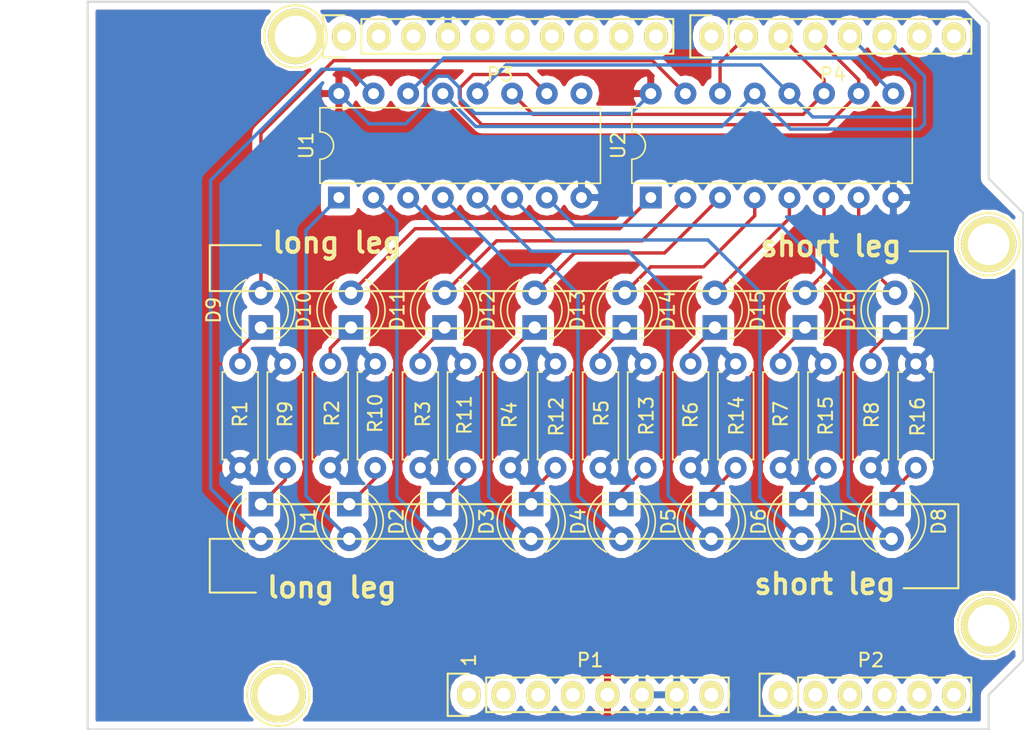
<source format=kicad_pcb>
(kicad_pcb (version 4) (host pcbnew 4.0.2-stable)
  (title_block (title "ELEC-0122 shift register LED demo PCB") (date 2017-02-14) (rev 2) (company Marginallyclever.com) (comment 1 "Dan Royer (dan@marginallyclever.com)"))
  (layers (0 F.Cu signal) (31 B.Cu signal hide) (34 B.Paste user) (35 F.Paste user) (36 B.SilkS user) (37 F.SilkS user) (38 B.Mask user) (39 F.Mask user) (44 Edge.Cuts user))
  (net 0 "")
  (net 1 /IOREF)
  (net 2 /Reset)
  (net 3 +5V)
  (net 4 GND)
  (net 5 /Vin)
  (net 6 /A0)
  (net 7 /A1)
  (net 8 /A2)
  (net 9 /A3)
  (net 10 /AREF)
  (net 11 "/A4(SDA)")
  (net 12 "/A5(SCL)")
  (net 13 "/9(**)")
  (net 14 /8)
  (net 15 /7)
  (net 16 "/6(**)")
  (net 17 "/5(**)")
  (net 18 /4)
  (net 19 "/3(**)")
  (net 20 /2)
  (net 21 "/1(Tx)")
  (net 22 "/0(Rx)")
  (net 23 "Net-(P5-Pad1)")
  (net 24 "Net-(P6-Pad1)")
  (net 25 "Net-(P7-Pad1)")
  (net 26 "Net-(P8-Pad1)")
  (net 27 "/13(SCK)")
  (net 28 "/10(**/SS)")
  (net 29 "Net-(P1-Pad1)")
  (net 30 +3V3)
  (net 31 "/12(MISO)")
  (net 32 "/11(**/MOSI)")
  (net 33 "Net-(D1-Pad1)")
  (net 34 "Net-(D1-Pad2)")
  (net 35 "Net-(D2-Pad1)")
  (net 36 "Net-(D2-Pad2)")
  (net 37 "Net-(D3-Pad1)")
  (net 38 "Net-(D3-Pad2)")
  (net 39 "Net-(D4-Pad1)")
  (net 40 "Net-(D4-Pad2)")
  (net 41 "Net-(D5-Pad1)")
  (net 42 "Net-(D5-Pad2)")
  (net 43 "Net-(D6-Pad1)")
  (net 44 "Net-(D6-Pad2)")
  (net 45 "Net-(D7-Pad1)")
  (net 46 "Net-(D7-Pad2)")
  (net 47 "Net-(D8-Pad1)")
  (net 48 "Net-(D8-Pad2)")
  (net 49 "/A5_2(SCL)")
  (net 50 "/A4_2(SDA)")
  (net 51 "Net-(U1-Pad9)")
  (net 52 "Net-(D9-Pad1)")
  (net 53 "Net-(D9-Pad2)")
  (net 54 "Net-(D10-Pad1)")
  (net 55 "Net-(D10-Pad2)")
  (net 56 "Net-(D11-Pad1)")
  (net 57 "Net-(D11-Pad2)")
  (net 58 "Net-(D12-Pad1)")
  (net 59 "Net-(D12-Pad2)")
  (net 60 "Net-(D13-Pad1)")
  (net 61 "Net-(D13-Pad2)")
  (net 62 "Net-(D14-Pad1)")
  (net 63 "Net-(D14-Pad2)")
  (net 64 "Net-(D15-Pad1)")
  (net 65 "Net-(D15-Pad2)")
  (net 66 "Net-(D16-Pad1)")
  (net 67 "Net-(D16-Pad2)")
  (net 68 "Net-(U1-Pad14)")
  (module LEDs:LED_D4.0mm (layer F.Cu) (at 150.368 96.901 90)
    (fp_text reference D13 (at 1.27 -3.46 90) (layer F.SilkS))
    (fp_text value LED)
    (pad 1 thru_hole rect (at 0 0 90) (size 1.8 1.8) (drill 0.9) (layers *.Cu *.Mask) (net 41 "Net-(D5-Pad1)"))
    (pad 2 thru_hole circle (at 2.54 0 90) (size 1.8 1.8) (drill 0.9) (layers *.Cu *.Mask) (net 42 "Net-(D5-Pad2)"))
  )
  (module LEDs:LED_D4.0mm (layer F.Cu) (at 123.698 109.855 270)
    (fp_text reference D1 (at 1.27 -3.46 270) (layer F.SilkS))
    (fp_text value LED)
    (pad 1 thru_hole rect (at 0 0 270) (size 1.8 1.8) (drill 0.9) (layers *.Cu *.Mask) (net 52 "Net-(D9-Pad1)"))
    (pad 2 thru_hole circle (at 2.54 0 270) (size 1.8 1.8) (drill 0.9) (layers *.Cu *.Mask) (net 53 "Net-(D9-Pad2)"))
  )
  (module Housings_DIP:DIP-16_W7.62mm (layer F.Cu) (at 129.413 87.376 90)
    (fp_text reference U1 (at 3.81 -2.39 90) (layer F.SilkS))
    (fp_text value 74HC595)
    (pad 1 thru_hole rect (at 0 0 90) (size 1.6 1.6) (drill 0.8) (layers *.Cu *.Mask) (net 55 "Net-(D10-Pad2)"))
    (pad 9 thru_hole oval (at 7.62 17.78 90) (size 1.6 1.6) (drill 0.8) (layers *.Cu *.Mask) (net 51 "Net-(U1-Pad9)"))
    (pad 2 thru_hole oval (at 0 2.54 90) (size 1.6 1.6) (drill 0.8) (layers *.Cu *.Mask) (net 57 "Net-(D11-Pad2)"))
    (pad 10 thru_hole oval (at 7.62 15.24 90) (size 1.6 1.6) (drill 0.8) (layers *.Cu *.Mask) (net 18 /4))
    (pad 3 thru_hole oval (at 0 5.08 90) (size 1.6 1.6) (drill 0.8) (layers *.Cu *.Mask) (net 59 "Net-(D12-Pad2)"))
    (pad 11 thru_hole oval (at 7.62 12.7 90) (size 1.6 1.6) (drill 0.8) (layers *.Cu *.Mask) (net 17 "/5(**)"))
    (pad 4 thru_hole oval (at 0 7.62 90) (size 1.6 1.6) (drill 0.8) (layers *.Cu *.Mask) (net 61 "Net-(D13-Pad2)"))
    (pad 12 thru_hole oval (at 7.62 10.16 90) (size 1.6 1.6) (drill 0.8) (layers *.Cu *.Mask) (net 19 "/3(**)"))
    (pad 5 thru_hole oval (at 0 10.16 90) (size 1.6 1.6) (drill 0.8) (layers *.Cu *.Mask) (net 63 "Net-(D14-Pad2)"))
    (pad 13 thru_hole oval (at 7.62 7.62 90) (size 1.6 1.6) (drill 0.8) (layers *.Cu *.Mask) (net 20 /2))
    (pad 6 thru_hole oval (at 0 12.7 90) (size 1.6 1.6) (drill 0.8) (layers *.Cu *.Mask) (net 65 "Net-(D15-Pad2)"))
    (pad 14 thru_hole oval (at 7.62 5.08 90) (size 1.6 1.6) (drill 0.8) (layers *.Cu *.Mask) (net 68 "Net-(U1-Pad14)"))
    (pad 7 thru_hole oval (at 0 15.24 90) (size 1.6 1.6) (drill 0.8) (layers *.Cu *.Mask) (net 67 "Net-(D16-Pad2)"))
    (pad 15 thru_hole oval (at 7.62 2.54 90) (size 1.6 1.6) (drill 0.8) (layers *.Cu *.Mask) (net 53 "Net-(D9-Pad2)"))
    (pad 8 thru_hole oval (at 0 17.78 90) (size 1.6 1.6) (drill 0.8) (layers *.Cu *.Mask) (net 4 GND))
    (pad 16 thru_hole oval (at 7.62 0 90) (size 1.6 1.6) (drill 0.8) (layers *.Cu *.Mask) (net 3 +5V))
  )
  (module Resistors_ThroughHole:R_Axial_DIN0207_L6.3mm_D2.5mm_P7.62mm_Horizontal (layer F.Cu) (at 122.174 107.188 90)
    (fp_text reference R1 (at 3.937 0 90) (layer F.SilkS))
    (fp_text value 220)
    (pad 1 thru_hole circle (at 0 0 90) (size 1.6 1.6) (drill 0.8) (layers *.Cu *.Mask) (net 4 GND))
    (pad 2 thru_hole oval (at 7.62 0 90) (size 1.6 1.6) (drill 0.8) (layers *.Cu *.Mask) (net 33 "Net-(D1-Pad1)"))
  )
  (module Socket_Arduino_Uno:Socket_Strip_Arduino_1x08 (layer F.Cu) (at 138.938 123.825)
    (fp_text reference P1 (at 8.89 -2.54) (layer F.SilkS))
    (fp_text value Power)
    (pad 1 thru_hole oval (at 0 0) (size 1.7272 2.032) (drill 1.016) (layers *.Cu *.Mask F.SilkS) (net 29 "Net-(P1-Pad1)"))
    (pad 2 thru_hole oval (at 2.54 0) (size 1.7272 2.032) (drill 1.016) (layers *.Cu *.Mask F.SilkS) (net 1 /IOREF))
    (pad 3 thru_hole oval (at 5.08 0) (size 1.7272 2.032) (drill 1.016) (layers *.Cu *.Mask F.SilkS) (net 2 /Reset))
    (pad 4 thru_hole oval (at 7.62 0) (size 1.7272 2.032) (drill 1.016) (layers *.Cu *.Mask F.SilkS) (net 30 +3V3))
    (pad 5 thru_hole oval (at 10.16 0) (size 1.7272 2.032) (drill 1.016) (layers *.Cu *.Mask F.SilkS) (net 3 +5V))
    (pad 6 thru_hole oval (at 12.7 0) (size 1.7272 2.032) (drill 1.016) (layers *.Cu *.Mask F.SilkS) (net 4 GND))
    (pad 7 thru_hole oval (at 15.24 0) (size 1.7272 2.032) (drill 1.016) (layers *.Cu *.Mask F.SilkS) (net 4 GND))
    (pad 8 thru_hole oval (at 17.78 0) (size 1.7272 2.032) (drill 1.016) (layers *.Cu *.Mask F.SilkS) (net 5 /Vin))
  )
  (module Socket_Arduino_Uno:Socket_Strip_Arduino_1x06 (layer F.Cu) (at 161.798 123.825)
    (fp_text reference P2 (at 6.604 -2.54) (layer F.SilkS))
    (fp_text value Analog)
    (pad 1 thru_hole oval (at 0 0) (size 1.7272 2.032) (drill 1.016) (layers *.Cu *.Mask F.SilkS) (net 6 /A0))
    (pad 2 thru_hole oval (at 2.54 0) (size 1.7272 2.032) (drill 1.016) (layers *.Cu *.Mask F.SilkS) (net 7 /A1))
    (pad 3 thru_hole oval (at 5.08 0) (size 1.7272 2.032) (drill 1.016) (layers *.Cu *.Mask F.SilkS) (net 8 /A2))
    (pad 4 thru_hole oval (at 7.62 0) (size 1.7272 2.032) (drill 1.016) (layers *.Cu *.Mask F.SilkS) (net 9 /A3))
    (pad 5 thru_hole oval (at 10.16 0) (size 1.7272 2.032) (drill 1.016) (layers *.Cu *.Mask F.SilkS) (net 11 "/A4(SDA)"))
    (pad 6 thru_hole oval (at 12.7 0) (size 1.7272 2.032) (drill 1.016) (layers *.Cu *.Mask F.SilkS) (net 12 "/A5(SCL)"))
  )
  (module Socket_Arduino_Uno:Socket_Strip_Arduino_1x10 (layer F.Cu) (at 129.794 75.565)
    (fp_text reference P3 (at 11.43 2.794) (layer F.SilkS))
    (fp_text value Digital)
    (pad 1 thru_hole oval (at 0 0) (size 1.7272 2.032) (drill 1.016) (layers *.Cu *.Mask F.SilkS) (net 49 "/A5_2(SCL)"))
    (pad 2 thru_hole oval (at 2.54 0) (size 1.7272 2.032) (drill 1.016) (layers *.Cu *.Mask F.SilkS) (net 50 "/A4_2(SDA)"))
    (pad 3 thru_hole oval (at 5.08 0) (size 1.7272 2.032) (drill 1.016) (layers *.Cu *.Mask F.SilkS) (net 10 /AREF))
    (pad 4 thru_hole oval (at 7.62 0) (size 1.7272 2.032) (drill 1.016) (layers *.Cu *.Mask F.SilkS) (net 4 GND))
    (pad 5 thru_hole oval (at 10.16 0) (size 1.7272 2.032) (drill 1.016) (layers *.Cu *.Mask F.SilkS) (net 27 "/13(SCK)"))
    (pad 6 thru_hole oval (at 12.7 0) (size 1.7272 2.032) (drill 1.016) (layers *.Cu *.Mask F.SilkS) (net 31 "/12(MISO)"))
    (pad 7 thru_hole oval (at 15.24 0) (size 1.7272 2.032) (drill 1.016) (layers *.Cu *.Mask F.SilkS) (net 32 "/11(**/MOSI)"))
    (pad 8 thru_hole oval (at 17.78 0) (size 1.7272 2.032) (drill 1.016) (layers *.Cu *.Mask F.SilkS) (net 28 "/10(**/SS)"))
    (pad 9 thru_hole oval (at 20.32 0) (size 1.7272 2.032) (drill 1.016) (layers *.Cu *.Mask F.SilkS) (net 13 "/9(**)"))
    (pad 10 thru_hole oval (at 22.86 0) (size 1.7272 2.032) (drill 1.016) (layers *.Cu *.Mask F.SilkS) (net 14 /8))
  )
  (module Socket_Arduino_Uno:Socket_Strip_Arduino_1x08 (layer F.Cu) (at 156.718 75.565)
    (fp_text reference P4 (at 8.89 2.794) (layer F.SilkS))
    (fp_text value Digital)
    (pad 1 thru_hole oval (at 0 0) (size 1.7272 2.032) (drill 1.016) (layers *.Cu *.Mask F.SilkS) (net 15 /7))
    (pad 2 thru_hole oval (at 2.54 0) (size 1.7272 2.032) (drill 1.016) (layers *.Cu *.Mask F.SilkS) (net 16 "/6(**)"))
    (pad 3 thru_hole oval (at 5.08 0) (size 1.7272 2.032) (drill 1.016) (layers *.Cu *.Mask F.SilkS) (net 17 "/5(**)"))
    (pad 4 thru_hole oval (at 7.62 0) (size 1.7272 2.032) (drill 1.016) (layers *.Cu *.Mask F.SilkS) (net 18 /4))
    (pad 5 thru_hole oval (at 10.16 0) (size 1.7272 2.032) (drill 1.016) (layers *.Cu *.Mask F.SilkS) (net 19 "/3(**)"))
    (pad 6 thru_hole oval (at 12.7 0) (size 1.7272 2.032) (drill 1.016) (layers *.Cu *.Mask F.SilkS) (net 20 /2))
    (pad 7 thru_hole oval (at 15.24 0) (size 1.7272 2.032) (drill 1.016) (layers *.Cu *.Mask F.SilkS) (net 21 "/1(Tx)"))
    (pad 8 thru_hole oval (at 17.78 0) (size 1.7272 2.032) (drill 1.016) (layers *.Cu *.Mask F.SilkS) (net 22 "/0(Rx)"))
  )
  (module Socket_Arduino_Uno:Arduino_1pin (layer F.Cu) (at 124.968 123.825)
    (fp_text reference P5 hide)
    (fp_text value CONN_1 hide)
    (pad 1 thru_hole circle (at 0 0) (size 4.064 4.064) (drill 3.048) (layers *.Cu *.Mask F.SilkS) (net 23 "Net-(P5-Pad1)"))
  )
  (module Socket_Arduino_Uno:Arduino_1pin (layer F.Cu) (at 177.038 118.745)
    (fp_text reference P6 hide)
    (fp_text value CONN_1 hide)
    (pad 1 thru_hole circle (at 0 0) (size 4.064 4.064) (drill 3.048) (layers *.Cu *.Mask F.SilkS) (net 24 "Net-(P6-Pad1)"))
  )
  (module Socket_Arduino_Uno:Arduino_1pin (layer F.Cu) (at 126.238 75.565)
    (fp_text reference P7 hide)
    (fp_text value CONN_1 hide)
    (pad 1 thru_hole circle (at 0 0) (size 4.064 4.064) (drill 3.048) (layers *.Cu *.Mask F.SilkS) (net 25 "Net-(P7-Pad1)"))
  )
  (module Socket_Arduino_Uno:Arduino_1pin (layer F.Cu) (at 177.038 90.805)
    (fp_text reference P8 hide)
    (fp_text value CONN_1 hide)
    (pad 1 thru_hole circle (at 0 0) (size 4.064 4.064) (drill 3.048) (layers *.Cu *.Mask F.SilkS) (net 26 "Net-(P8-Pad1)"))
  )
  (module LEDs:LED_D4.0mm (layer F.Cu) (at 123.698 96.901 90)
    (fp_text reference D9 (at 1.27 -3.46 90) (layer F.SilkS))
    (fp_text value LED)
    (pad 1 thru_hole rect (at 0 0 90) (size 1.8 1.8) (drill 0.9) (layers *.Cu *.Mask) (net 33 "Net-(D1-Pad1)"))
    (pad 2 thru_hole circle (at 2.54 0 90) (size 1.8 1.8) (drill 0.9) (layers *.Cu *.Mask) (net 34 "Net-(D1-Pad2)"))
  )
  (module LEDs:LED_D4.0mm (layer F.Cu) (at 130.302 96.901 90)
    (fp_text reference D10 (at 1.27 -3.46 90) (layer F.SilkS))
    (fp_text value LED)
    (pad 1 thru_hole rect (at 0 0 90) (size 1.8 1.8) (drill 0.9) (layers *.Cu *.Mask) (net 35 "Net-(D2-Pad1)"))
    (pad 2 thru_hole circle (at 2.54 0 90) (size 1.8 1.8) (drill 0.9) (layers *.Cu *.Mask) (net 36 "Net-(D2-Pad2)"))
  )
  (module LEDs:LED_D4.0mm (layer F.Cu) (at 137.16 96.901 90)
    (fp_text reference D11 (at 1.27 -3.46 90) (layer F.SilkS))
    (fp_text value LED)
    (pad 1 thru_hole rect (at 0 0 90) (size 1.8 1.8) (drill 0.9) (layers *.Cu *.Mask) (net 37 "Net-(D3-Pad1)"))
    (pad 2 thru_hole circle (at 2.54 0 90) (size 1.8 1.8) (drill 0.9) (layers *.Cu *.Mask) (net 38 "Net-(D3-Pad2)"))
  )
  (module LEDs:LED_D4.0mm (layer F.Cu) (at 143.764 96.901 90)
    (fp_text reference D12 (at 1.27 -3.46 90) (layer F.SilkS))
    (fp_text value LED)
    (pad 1 thru_hole rect (at 0 0 90) (size 1.8 1.8) (drill 0.9) (layers *.Cu *.Mask) (net 39 "Net-(D4-Pad1)"))
    (pad 2 thru_hole circle (at 2.54 0 90) (size 1.8 1.8) (drill 0.9) (layers *.Cu *.Mask) (net 40 "Net-(D4-Pad2)"))
  )
  (module LEDs:LED_D4.0mm (layer F.Cu) (at 156.972 96.901 90)
    (fp_text reference D14 (at 1.27 -3.46 90) (layer F.SilkS))
    (fp_text value LED)
    (pad 1 thru_hole rect (at 0 0 90) (size 1.8 1.8) (drill 0.9) (layers *.Cu *.Mask) (net 43 "Net-(D6-Pad1)"))
    (pad 2 thru_hole circle (at 2.54 0 90) (size 1.8 1.8) (drill 0.9) (layers *.Cu *.Mask) (net 44 "Net-(D6-Pad2)"))
  )
  (module LEDs:LED_D4.0mm (layer F.Cu) (at 163.576 96.901 90)
    (fp_text reference D15 (at 1.27 -3.46 90) (layer F.SilkS))
    (fp_text value LED)
    (pad 1 thru_hole rect (at 0 0 90) (size 1.8 1.8) (drill 0.9) (layers *.Cu *.Mask) (net 45 "Net-(D7-Pad1)"))
    (pad 2 thru_hole circle (at 2.54 0 90) (size 1.8 1.8) (drill 0.9) (layers *.Cu *.Mask) (net 46 "Net-(D7-Pad2)"))
  )
  (module LEDs:LED_D4.0mm (layer F.Cu) (at 170.18 96.901 90)
    (fp_text reference D16 (at 1.27 -3.46 90) (layer F.SilkS))
    (fp_text value LED)
    (pad 1 thru_hole rect (at 0 0 90) (size 1.8 1.8) (drill 0.9) (layers *.Cu *.Mask) (net 47 "Net-(D8-Pad1)"))
    (pad 2 thru_hole circle (at 2.54 0 90) (size 1.8 1.8) (drill 0.9) (layers *.Cu *.Mask) (net 48 "Net-(D8-Pad2)"))
  )
  (module Resistors_ThroughHole:R_Axial_DIN0207_L6.3mm_D2.5mm_P7.62mm_Horizontal (layer F.Cu) (at 128.778 107.188 90)
    (fp_text reference R2 (at 4.0005 0.127 90) (layer F.SilkS))
    (fp_text value 220)
    (pad 1 thru_hole circle (at 0 0 90) (size 1.6 1.6) (drill 0.8) (layers *.Cu *.Mask) (net 4 GND))
    (pad 2 thru_hole oval (at 7.62 0 90) (size 1.6 1.6) (drill 0.8) (layers *.Cu *.Mask) (net 35 "Net-(D2-Pad1)"))
  )
  (module Resistors_ThroughHole:R_Axial_DIN0207_L6.3mm_D2.5mm_P7.62mm_Horizontal (layer F.Cu) (at 135.382 107.188 90)
    (fp_text reference R3 (at 3.937 0.1905 90) (layer F.SilkS))
    (fp_text value 220)
    (pad 1 thru_hole circle (at 0 0 90) (size 1.6 1.6) (drill 0.8) (layers *.Cu *.Mask) (net 4 GND))
    (pad 2 thru_hole oval (at 7.62 0 90) (size 1.6 1.6) (drill 0.8) (layers *.Cu *.Mask) (net 37 "Net-(D3-Pad1)"))
  )
  (module Resistors_ThroughHole:R_Axial_DIN0207_L6.3mm_D2.5mm_P7.62mm_Horizontal (layer F.Cu) (at 141.986 107.188 90)
    (fp_text reference R4 (at 3.8735 -0.0635 90) (layer F.SilkS))
    (fp_text value 220)
    (pad 1 thru_hole circle (at 0 0 90) (size 1.6 1.6) (drill 0.8) (layers *.Cu *.Mask) (net 4 GND))
    (pad 2 thru_hole oval (at 7.62 0 90) (size 1.6 1.6) (drill 0.8) (layers *.Cu *.Mask) (net 39 "Net-(D4-Pad1)"))
  )
  (module Resistors_ThroughHole:R_Axial_DIN0207_L6.3mm_D2.5mm_P7.62mm_Horizontal (layer F.Cu) (at 148.59 107.188 90)
    (fp_text reference R5 (at 4.0005 0.0635 90) (layer F.SilkS))
    (fp_text value 220)
    (pad 1 thru_hole circle (at 0 0 90) (size 1.6 1.6) (drill 0.8) (layers *.Cu *.Mask) (net 4 GND))
    (pad 2 thru_hole oval (at 7.62 0 90) (size 1.6 1.6) (drill 0.8) (layers *.Cu *.Mask) (net 41 "Net-(D5-Pad1)"))
  )
  (module Resistors_ThroughHole:R_Axial_DIN0207_L6.3mm_D2.5mm_P7.62mm_Horizontal (layer F.Cu) (at 155.194 107.188 90)
    (fp_text reference R6 (at 3.8735 0 90) (layer F.SilkS))
    (fp_text value 220)
    (pad 1 thru_hole circle (at 0 0 90) (size 1.6 1.6) (drill 0.8) (layers *.Cu *.Mask) (net 4 GND))
    (pad 2 thru_hole oval (at 7.62 0 90) (size 1.6 1.6) (drill 0.8) (layers *.Cu *.Mask) (net 43 "Net-(D6-Pad1)"))
  )
  (module Resistors_ThroughHole:R_Axial_DIN0207_L6.3mm_D2.5mm_P7.62mm_Horizontal (layer F.Cu) (at 161.798 107.188 90)
    (fp_text reference R7 (at 3.937 0 90) (layer F.SilkS))
    (fp_text value 220)
    (pad 1 thru_hole circle (at 0 0 90) (size 1.6 1.6) (drill 0.8) (layers *.Cu *.Mask) (net 4 GND))
    (pad 2 thru_hole oval (at 7.62 0 90) (size 1.6 1.6) (drill 0.8) (layers *.Cu *.Mask) (net 45 "Net-(D7-Pad1)"))
  )
  (module Resistors_ThroughHole:R_Axial_DIN0207_L6.3mm_D2.5mm_P7.62mm_Horizontal (layer F.Cu) (at 168.402 107.188 90)
    (fp_text reference R8 (at 3.8735 0.0635 90) (layer F.SilkS))
    (fp_text value 220)
    (pad 1 thru_hole circle (at 0 0 90) (size 1.6 1.6) (drill 0.8) (layers *.Cu *.Mask) (net 4 GND))
    (pad 2 thru_hole oval (at 7.62 0 90) (size 1.6 1.6) (drill 0.8) (layers *.Cu *.Mask) (net 47 "Net-(D8-Pad1)"))
  )
  (module LEDs:LED_D4.0mm (layer F.Cu) (at 130.175 109.855 270)
    (fp_text reference D2 (at 1.27 -3.46 270) (layer F.SilkS))
    (fp_text value LED)
    (pad 1 thru_hole rect (at 0 0 270) (size 1.8 1.8) (drill 0.9) (layers *.Cu *.Mask) (net 54 "Net-(D10-Pad1)"))
    (pad 2 thru_hole circle (at 2.54 0 270) (size 1.8 1.8) (drill 0.9) (layers *.Cu *.Mask) (net 55 "Net-(D10-Pad2)"))
  )
  (module LEDs:LED_D4.0mm (layer F.Cu) (at 136.779 109.855 270)
    (fp_text reference D3 (at 1.27 -3.46 270) (layer F.SilkS))
    (fp_text value LED)
    (pad 1 thru_hole rect (at 0 0 270) (size 1.8 1.8) (drill 0.9) (layers *.Cu *.Mask) (net 56 "Net-(D11-Pad1)"))
    (pad 2 thru_hole circle (at 2.54 0 270) (size 1.8 1.8) (drill 0.9) (layers *.Cu *.Mask) (net 57 "Net-(D11-Pad2)"))
  )
  (module LEDs:LED_D4.0mm (layer F.Cu) (at 143.51 109.855 270)
    (fp_text reference D4 (at 1.27 -3.46 270) (layer F.SilkS))
    (fp_text value LED)
    (pad 1 thru_hole rect (at 0 0 270) (size 1.8 1.8) (drill 0.9) (layers *.Cu *.Mask) (net 58 "Net-(D12-Pad1)"))
    (pad 2 thru_hole circle (at 2.54 0 270) (size 1.8 1.8) (drill 0.9) (layers *.Cu *.Mask) (net 59 "Net-(D12-Pad2)"))
  )
  (module LEDs:LED_D4.0mm (layer F.Cu) (at 150.114 109.855 270)
    (fp_text reference D5 (at 1.27 -3.46 270) (layer F.SilkS))
    (fp_text value LED)
    (pad 1 thru_hole rect (at 0 0 270) (size 1.8 1.8) (drill 0.9) (layers *.Cu *.Mask) (net 60 "Net-(D13-Pad1)"))
    (pad 2 thru_hole circle (at 2.54 0 270) (size 1.8 1.8) (drill 0.9) (layers *.Cu *.Mask) (net 61 "Net-(D13-Pad2)"))
  )
  (module LEDs:LED_D4.0mm (layer F.Cu) (at 156.718 109.855 270)
    (fp_text reference D6 (at 1.27 -3.46 270) (layer F.SilkS))
    (fp_text value LED)
    (pad 1 thru_hole rect (at 0 0 270) (size 1.8 1.8) (drill 0.9) (layers *.Cu *.Mask) (net 62 "Net-(D14-Pad1)"))
    (pad 2 thru_hole circle (at 2.54 0 270) (size 1.8 1.8) (drill 0.9) (layers *.Cu *.Mask) (net 63 "Net-(D14-Pad2)"))
  )
  (module LEDs:LED_D4.0mm (layer F.Cu) (at 163.322 109.855 270)
    (fp_text reference D7 (at 1.27 -3.46 270) (layer F.SilkS))
    (fp_text value LED)
    (pad 1 thru_hole rect (at 0 0 270) (size 1.8 1.8) (drill 0.9) (layers *.Cu *.Mask) (net 64 "Net-(D15-Pad1)"))
    (pad 2 thru_hole circle (at 2.54 0 270) (size 1.8 1.8) (drill 0.9) (layers *.Cu *.Mask) (net 65 "Net-(D15-Pad2)"))
  )
  (module LEDs:LED_D4.0mm (layer F.Cu) (at 169.926 109.855 270)
    (fp_text reference D8 (at 1.27 -3.46 270) (layer F.SilkS))
    (fp_text value LED)
    (pad 1 thru_hole rect (at 0 0 270) (size 1.8 1.8) (drill 0.9) (layers *.Cu *.Mask) (net 66 "Net-(D16-Pad1)"))
    (pad 2 thru_hole circle (at 2.54 0 270) (size 1.8 1.8) (drill 0.9) (layers *.Cu *.Mask) (net 67 "Net-(D16-Pad2)"))
  )
  (module Resistors_ThroughHole:R_Axial_DIN0207_L6.3mm_D2.5mm_P7.62mm_Horizontal (layer F.Cu) (at 125.476 99.568 270)
    (fp_text reference R9 (at 3.683 0 270) (layer F.SilkS))
    (fp_text value 220)
    (pad 1 thru_hole circle (at 0 0 270) (size 1.6 1.6) (drill 0.8) (layers *.Cu *.Mask) (net 4 GND))
    (pad 2 thru_hole oval (at 7.62 0 270) (size 1.6 1.6) (drill 0.8) (layers *.Cu *.Mask) (net 52 "Net-(D9-Pad1)"))
  )
  (module Resistors_ThroughHole:R_Axial_DIN0207_L6.3mm_D2.5mm_P7.62mm_Horizontal (layer F.Cu) (at 132.08 99.568 270)
    (fp_text reference R10 (at 3.6195 0 270) (layer F.SilkS))
    (fp_text value 220)
    (pad 1 thru_hole circle (at 0 0 270) (size 1.6 1.6) (drill 0.8) (layers *.Cu *.Mask) (net 4 GND))
    (pad 2 thru_hole oval (at 7.62 0 270) (size 1.6 1.6) (drill 0.8) (layers *.Cu *.Mask) (net 54 "Net-(D10-Pad1)"))
  )
  (module Resistors_ThroughHole:R_Axial_DIN0207_L6.3mm_D2.5mm_P7.62mm_Horizontal (layer F.Cu) (at 138.684 99.568 270)
    (fp_text reference R11 (at 3.7465 0.0635 270) (layer F.SilkS))
    (fp_text value 220)
    (pad 1 thru_hole circle (at 0 0 270) (size 1.6 1.6) (drill 0.8) (layers *.Cu *.Mask) (net 4 GND))
    (pad 2 thru_hole oval (at 7.62 0 270) (size 1.6 1.6) (drill 0.8) (layers *.Cu *.Mask) (net 56 "Net-(D11-Pad1)"))
  )
  (module Resistors_ThroughHole:R_Axial_DIN0207_L6.3mm_D2.5mm_P7.62mm_Horizontal (layer F.Cu) (at 145.288 99.568 270)
    (fp_text reference R12 (at 3.8735 -0.0635 270) (layer F.SilkS))
    (fp_text value 220)
    (pad 1 thru_hole circle (at 0 0 270) (size 1.6 1.6) (drill 0.8) (layers *.Cu *.Mask) (net 4 GND))
    (pad 2 thru_hole oval (at 7.62 0 270) (size 1.6 1.6) (drill 0.8) (layers *.Cu *.Mask) (net 58 "Net-(D12-Pad1)"))
  )
  (module Resistors_ThroughHole:R_Axial_DIN0207_L6.3mm_D2.5mm_P7.62mm_Horizontal (layer F.Cu) (at 151.892 99.568 270)
    (fp_text reference R13 (at 3.81 -0.0635 270) (layer F.SilkS))
    (fp_text value 220)
    (pad 1 thru_hole circle (at 0 0 270) (size 1.6 1.6) (drill 0.8) (layers *.Cu *.Mask) (net 4 GND))
    (pad 2 thru_hole oval (at 7.62 0 270) (size 1.6 1.6) (drill 0.8) (layers *.Cu *.Mask) (net 60 "Net-(D13-Pad1)"))
  )
  (module Resistors_ThroughHole:R_Axial_DIN0207_L6.3mm_D2.5mm_P7.62mm_Horizontal (layer F.Cu) (at 158.496 99.568 270)
    (fp_text reference R14 (at 3.81 -0.0635 270) (layer F.SilkS))
    (fp_text value 220)
    (pad 1 thru_hole circle (at 0 0 270) (size 1.6 1.6) (drill 0.8) (layers *.Cu *.Mask) (net 4 GND))
    (pad 2 thru_hole oval (at 7.62 0 270) (size 1.6 1.6) (drill 0.8) (layers *.Cu *.Mask) (net 62 "Net-(D14-Pad1)"))
  )
  (module Resistors_ThroughHole:R_Axial_DIN0207_L6.3mm_D2.5mm_P7.62mm_Horizontal (layer F.Cu) (at 165.1 99.568 270)
    (fp_text reference R15 (at 3.81 0 270) (layer F.SilkS))
    (fp_text value 220)
    (pad 1 thru_hole circle (at 0 0 270) (size 1.6 1.6) (drill 0.8) (layers *.Cu *.Mask) (net 4 GND))
    (pad 2 thru_hole oval (at 7.62 0 270) (size 1.6 1.6) (drill 0.8) (layers *.Cu *.Mask) (net 64 "Net-(D15-Pad1)"))
  )
  (module Resistors_ThroughHole:R_Axial_DIN0207_L6.3mm_D2.5mm_P7.62mm_Horizontal (layer F.Cu) (at 171.704 99.568 270)
    (fp_text reference R16 (at 3.8735 -0.127 270) (layer F.SilkS))
    (fp_text value 220)
    (pad 1 thru_hole circle (at 0 0 270) (size 1.6 1.6) (drill 0.8) (layers *.Cu *.Mask) (net 4 GND))
    (pad 2 thru_hole oval (at 7.62 0 270) (size 1.6 1.6) (drill 0.8) (layers *.Cu *.Mask) (net 66 "Net-(D16-Pad1)"))
  )
  (module Housings_DIP:DIP-16_W7.62mm (layer F.Cu) (at 152.273 87.376 90)
    (fp_text reference U2 (at 3.81 -2.39 90) (layer F.SilkS))
    (fp_text value 74HC595)
    (pad 1 thru_hole rect (at 0 0 90) (size 1.6 1.6) (drill 0.8) (layers *.Cu *.Mask) (net 36 "Net-(D2-Pad2)"))
    (pad 9 thru_hole oval (at 7.62 17.78 90) (size 1.6 1.6) (drill 0.8) (layers *.Cu *.Mask) (net 68 "Net-(U1-Pad14)"))
    (pad 2 thru_hole oval (at 0 2.54 90) (size 1.6 1.6) (drill 0.8) (layers *.Cu *.Mask) (net 38 "Net-(D3-Pad2)"))
    (pad 10 thru_hole oval (at 7.62 15.24 90) (size 1.6 1.6) (drill 0.8) (layers *.Cu *.Mask) (net 18 /4))
    (pad 3 thru_hole oval (at 0 5.08 90) (size 1.6 1.6) (drill 0.8) (layers *.Cu *.Mask) (net 40 "Net-(D4-Pad2)"))
    (pad 11 thru_hole oval (at 7.62 12.7 90) (size 1.6 1.6) (drill 0.8) (layers *.Cu *.Mask) (net 17 "/5(**)"))
    (pad 4 thru_hole oval (at 0 7.62 90) (size 1.6 1.6) (drill 0.8) (layers *.Cu *.Mask) (net 42 "Net-(D5-Pad2)"))
    (pad 12 thru_hole oval (at 7.62 10.16 90) (size 1.6 1.6) (drill 0.8) (layers *.Cu *.Mask) (net 19 "/3(**)"))
    (pad 5 thru_hole oval (at 0 10.16 90) (size 1.6 1.6) (drill 0.8) (layers *.Cu *.Mask) (net 44 "Net-(D6-Pad2)"))
    (pad 13 thru_hole oval (at 7.62 7.62 90) (size 1.6 1.6) (drill 0.8) (layers *.Cu *.Mask) (net 20 /2))
    (pad 6 thru_hole oval (at 0 12.7 90) (size 1.6 1.6) (drill 0.8) (layers *.Cu *.Mask) (net 46 "Net-(D7-Pad2)"))
    (pad 14 thru_hole oval (at 7.62 5.08 90) (size 1.6 1.6) (drill 0.8) (layers *.Cu *.Mask) (net 16 "/6(**)"))
    (pad 7 thru_hole oval (at 0 15.24 90) (size 1.6 1.6) (drill 0.8) (layers *.Cu *.Mask) (net 48 "Net-(D8-Pad2)"))
    (pad 15 thru_hole oval (at 7.62 2.54 90) (size 1.6 1.6) (drill 0.8) (layers *.Cu *.Mask) (net 34 "Net-(D1-Pad2)"))
    (pad 8 thru_hole oval (at 0 17.78 90) (size 1.6 1.6) (drill 0.8) (layers *.Cu *.Mask) (net 4 GND))
    (pad 16 thru_hole oval (at 7.62 0 90) (size 1.6 1.6) (drill 0.8) (layers *.Cu *.Mask) (net 3 +5V))
  )
  (gr_line (start 174.0535 91.313) (end 171.2595 91.313) (angle 90) (layer F.SilkS) (width 0.15))
  (gr_line (start 174.0535 96.9645) (end 174.0535 91.313) (angle 90) (layer F.SilkS) (width 0.15))
  (gr_line (start 123.6345 96.9645) (end 174.0535 96.9645) (angle 90) (layer F.SilkS) (width 0.15))
  (gr_line (start 119.9515 90.8685) (end 123.698 90.8685) (angle 90) (layer F.SilkS) (width 0.15))
  (gr_line (start 119.9515 94.234) (end 119.9515 90.8685) (angle 90) (layer F.SilkS) (width 0.15))
  (gr_line (start 170.18 94.234) (end 119.9515 94.234) (angle 90) (layer F.SilkS) (width 0.15))
  (gr_text "short leg" (at 165.481 90.932) (layer F.SilkS) (effects (font (size 1.5 1.5) (thickness 0.3))))
  (gr_text "long leg" (at 129.286 90.678) (layer F.SilkS) (effects (font (size 1.5 1.5) (thickness 0.3))))
  (gr_text "short leg" (at 165.0365 115.697) (layer F.SilkS) (effects (font (size 1.5 1.5) (thickness 0.3))))
  (gr_line (start 174.8155 116.0145) (end 170.815 116.0145) (angle 90) (layer F.SilkS) (width 0.15))
  (gr_line (start 174.8155 109.855) (end 174.8155 116.0145) (angle 90) (layer F.SilkS) (width 0.15))
  (gr_line (start 123.6345 109.855) (end 174.8155 109.855) (angle 90) (layer F.SilkS) (width 0.15))
  (gr_text "long leg" (at 128.905 115.951) (layer F.SilkS) (effects (font (size 1.5 1.5) (thickness 0.3))))
  (gr_line (start 123.317 116.332) (end 123.2535 116.332) (angle 90) (layer F.SilkS) (width 0.15))
  (gr_line (start 119.9515 116.332) (end 123.317 116.332) (angle 90) (layer F.SilkS) (width 0.15))
  (gr_line (start 119.9515 112.395) (end 119.9515 116.332) (angle 90) (layer F.SilkS) (width 0.15))
  (gr_line (start 169.8625 112.395) (end 119.9515 112.395) (angle 90) (layer F.SilkS) (width 0.15))
  (gr_text 1 (at 138.938 121.285 90) (layer F.SilkS) (effects (font (size 1 1))))
  (gr_line (start 177.038 74.549) (end 175.514 73.025) (angle 90) (layer Edge.Cuts) (width 0.15))
  (gr_line (start 177.038 85.979) (end 177.038 74.549) (angle 90) (layer Edge.Cuts) (width 0.15))
  (gr_line (start 179.578 88.519) (end 177.038 85.979) (angle 90) (layer Edge.Cuts) (width 0.15))
  (gr_line (start 179.578 121.285) (end 179.578 88.519) (angle 90) (layer Edge.Cuts) (width 0.15))
  (gr_line (start 177.038 123.825) (end 179.578 121.285) (angle 90) (layer Edge.Cuts) (width 0.15))
  (gr_line (start 177.038 126.365) (end 177.038 123.825) (angle 90) (layer Edge.Cuts) (width 0.15))
  (gr_line (start 110.998 126.365) (end 177.038 126.365) (angle 90) (layer Edge.Cuts) (width 0.15))
  (gr_line (start 110.998 73.025) (end 110.998 126.365) (angle 90) (layer Edge.Cuts) (width 0.15))
  (gr_line (start 175.514 73.025) (end 110.998 73.025) (angle 90) (layer Edge.Cuts) (width 0.15))
  (segment (start 129.413 79.756) (end 131.6355 81.9785) (width 0.25) (layer B.Cu) (net 3))
  (segment (start 150.8125 81.2165) (end 152.273 79.756) (width 0.25) (layer B.Cu) (net 3))
  (segment (start 139.3825 81.2165) (end 150.8125 81.2165) (width 0.25) (layer B.Cu) (net 3))
  (segment (start 138.2395 80.0735) (end 139.3825 81.2165) (width 0.25) (layer B.Cu) (net 3))
  (segment (start 138.2395 79.3115) (end 138.2395 80.0735) (width 0.25) (layer B.Cu) (net 3))
  (segment (start 137.414 78.486) (end 138.2395 79.3115) (width 0.25) (layer B.Cu) (net 3))
  (segment (start 136.652 78.486) (end 137.414 78.486) (width 0.25) (layer B.Cu) (net 3))
  (segment (start 135.763 79.375) (end 136.652 78.486) (width 0.25) (layer B.Cu) (net 3))
  (segment (start 135.763 80.518) (end 135.763 79.375) (width 0.25) (layer B.Cu) (net 3))
  (segment (start 134.3025 81.9785) (end 135.763 80.518) (width 0.25) (layer B.Cu) (net 3))
  (segment (start 131.6355 81.9785) (end 134.3025 81.9785) (width 0.25) (layer B.Cu) (net 3))
  (segment (start 159.258 75.565) (end 157.353 77.47) (width 0.25) (layer F.Cu) (net 16))
  (segment (start 157.353 77.47) (end 157.353 79.756) (width 0.25) (layer F.Cu) (net 16))
  (segment (start 142.113 79.756) (end 143.637 81.28) (width 0.25) (layer F.Cu) (net 17))
  (segment (start 163.449 81.28) (end 164.973 79.756) (width 0.25) (layer F.Cu) (net 17))
  (segment (start 143.637 81.28) (end 163.449 81.28) (width 0.25) (layer F.Cu) (net 17))
  (segment (start 161.798 75.565) (end 164.973 78.74) (width 0.25) (layer F.Cu) (net 17))
  (segment (start 164.973 78.74) (end 164.973 79.756) (width 0.25) (layer F.Cu) (net 17))
  (segment (start 144.653 79.756) (end 143.256 78.359) (width 0.25) (layer F.Cu) (net 18))
  (segment (start 165.227 82.042) (end 167.513 79.756) (width 0.25) (layer F.Cu) (net 18))
  (segment (start 139.8905 82.042) (end 165.227 82.042) (width 0.25) (layer F.Cu) (net 18))
  (segment (start 138.303 80.4545) (end 139.8905 82.042) (width 0.25) (layer F.Cu) (net 18))
  (segment (start 138.303 79.3115) (end 138.303 80.4545) (width 0.25) (layer F.Cu) (net 18))
  (segment (start 139.2555 78.359) (end 138.303 79.3115) (width 0.25) (layer F.Cu) (net 18))
  (segment (start 143.256 78.359) (end 139.2555 78.359) (width 0.25) (layer F.Cu) (net 18))
  (segment (start 167.513 79.756) (end 167.513 79.8195) (width 0.25) (layer F.Cu) (net 18))
  (segment (start 164.338 75.565) (end 167.513 78.74) (width 0.25) (layer F.Cu) (net 18))
  (segment (start 167.513 78.74) (end 167.513 79.756) (width 0.25) (layer F.Cu) (net 18))
  (segment (start 162.433 79.756) (end 160.3375 77.6605) (width 0.25) (layer B.Cu) (net 19))
  (segment (start 141.6685 77.6605) (end 139.573 79.756) (width 0.25) (layer B.Cu) (net 19))
  (segment (start 160.3375 77.6605) (end 141.6685 77.6605) (width 0.25) (layer B.Cu) (net 19))
  (segment (start 162.433 79.756) (end 164.1475 81.4705) (width 0.25) (layer B.Cu) (net 19))
  (segment (start 169.291 77.978) (end 166.878 75.565) (width 0.25) (layer B.Cu) (net 19))
  (segment (start 170.6245 77.978) (end 169.291 77.978) (width 0.25) (layer B.Cu) (net 19))
  (segment (start 171.6405 78.994) (end 170.6245 77.978) (width 0.25) (layer B.Cu) (net 19))
  (segment (start 171.6405 81.4705) (end 171.6405 78.994) (width 0.25) (layer B.Cu) (net 19))
  (segment (start 164.1475 81.4705) (end 171.6405 81.4705) (width 0.25) (layer B.Cu) (net 19))
  (segment (start 159.893 79.756) (end 157.48 82.169) (width 0.25) (layer B.Cu) (net 20))
  (segment (start 139.446 82.169) (end 137.033 79.756) (width 0.25) (layer B.Cu) (net 20))
  (segment (start 157.48 82.169) (end 139.446 82.169) (width 0.25) (layer B.Cu) (net 20))
  (segment (start 169.418 75.565) (end 172.339 78.486) (width 0.25) (layer B.Cu) (net 20))
  (segment (start 162.4965 82.3595) (end 159.893 79.756) (width 0.25) (layer B.Cu) (net 20))
  (segment (start 171.958 82.3595) (end 162.4965 82.3595) (width 0.25) (layer B.Cu) (net 20))
  (segment (start 172.339 81.9785) (end 171.958 82.3595) (width 0.25) (layer B.Cu) (net 20))
  (segment (start 172.339 78.486) (end 172.339 81.9785) (width 0.25) (layer B.Cu) (net 20))
  (segment (start 123.698 96.901) (end 122.174 98.425) (width 0.25) (layer F.Cu) (net 33))
  (segment (start 122.174 98.425) (end 122.174 99.568) (width 0.25) (layer F.Cu) (net 33))
  (segment (start 154.813 79.756) (end 152.4 77.343) (width 0.25) (layer F.Cu) (net 34))
  (segment (start 123.698 82.677) (end 123.698 94.361) (width 0.25) (layer F.Cu) (net 34))
  (segment (start 129.032 77.343) (end 123.698 82.677) (width 0.25) (layer F.Cu) (net 34))
  (segment (start 152.4 77.343) (end 129.032 77.343) (width 0.25) (layer F.Cu) (net 34))
  (segment (start 130.302 96.901) (end 128.778 98.425) (width 0.25) (layer F.Cu) (net 35))
  (segment (start 128.778 98.425) (end 128.778 99.568) (width 0.25) (layer F.Cu) (net 35))
  (segment (start 152.273 87.376) (end 149.987 89.662) (width 0.25) (layer F.Cu) (net 36))
  (segment (start 135.001 89.662) (end 130.302 94.361) (width 0.25) (layer F.Cu) (net 36))
  (segment (start 149.987 89.662) (end 135.001 89.662) (width 0.25) (layer F.Cu) (net 36))
  (segment (start 137.16 96.901) (end 135.382 98.679) (width 0.25) (layer F.Cu) (net 37))
  (segment (start 135.382 98.679) (end 135.382 99.568) (width 0.25) (layer F.Cu) (net 37))
  (segment (start 154.813 87.376) (end 151.638 90.551) (width 0.25) (layer F.Cu) (net 38))
  (segment (start 140.97 90.551) (end 137.16 94.361) (width 0.25) (layer F.Cu) (net 38))
  (segment (start 151.638 90.551) (end 140.97 90.551) (width 0.25) (layer F.Cu) (net 38))
  (segment (start 143.764 96.901) (end 141.986 98.679) (width 0.25) (layer F.Cu) (net 39))
  (segment (start 141.986 98.679) (end 141.986 99.568) (width 0.25) (layer F.Cu) (net 39))
  (segment (start 157.353 87.376) (end 153.289 91.44) (width 0.25) (layer F.Cu) (net 40))
  (segment (start 146.685 91.44) (end 143.764 94.361) (width 0.25) (layer F.Cu) (net 40))
  (segment (start 153.289 91.44) (end 146.685 91.44) (width 0.25) (layer F.Cu) (net 40))
  (segment (start 150.368 96.901) (end 148.59 98.679) (width 0.25) (layer F.Cu) (net 41))
  (segment (start 148.59 98.679) (end 148.59 99.568) (width 0.25) (layer F.Cu) (net 41))
  (segment (start 159.893 87.376) (end 159.893 88.7095) (width 0.25) (layer F.Cu) (net 42))
  (segment (start 152.273 92.456) (end 150.368 94.361) (width 0.25) (layer F.Cu) (net 42))
  (segment (start 156.1465 92.456) (end 152.273 92.456) (width 0.25) (layer F.Cu) (net 42))
  (segment (start 159.893 88.7095) (end 156.1465 92.456) (width 0.25) (layer F.Cu) (net 42))
  (segment (start 159.893 87.376) (end 159.3215 87.376) (width 0.25) (layer B.Cu) (net 42))
  (segment (start 156.972 96.901) (end 155.194 98.679) (width 0.25) (layer F.Cu) (net 43))
  (segment (start 155.194 98.679) (end 155.194 99.568) (width 0.25) (layer F.Cu) (net 43))
  (segment (start 162.433 87.376) (end 162.433 88.9) (width 0.25) (layer F.Cu) (net 44))
  (segment (start 162.433 88.9) (end 156.972 94.361) (width 0.25) (layer F.Cu) (net 44))
  (segment (start 162.433 87.376) (end 162.433 87.884) (width 0.25) (layer B.Cu) (net 44))
  (segment (start 162.433 87.884) (end 162.052 87.884) (width 0.25) (layer B.Cu) (net 44))
  (segment (start 163.576 96.901) (end 161.798 98.679) (width 0.25) (layer F.Cu) (net 45))
  (segment (start 161.798 98.679) (end 161.798 99.568) (width 0.25) (layer F.Cu) (net 45))
  (segment (start 164.973 87.376) (end 164.973 92.964) (width 0.25) (layer F.Cu) (net 46))
  (segment (start 164.973 92.964) (end 163.576 94.361) (width 0.25) (layer F.Cu) (net 46))
  (segment (start 170.18 96.901) (end 168.402 98.679) (width 0.25) (layer F.Cu) (net 47))
  (segment (start 168.402 98.679) (end 168.402 99.568) (width 0.25) (layer F.Cu) (net 47))
  (segment (start 167.513 87.376) (end 167.513 91.694) (width 0.25) (layer F.Cu) (net 48))
  (segment (start 167.513 91.694) (end 170.18 94.361) (width 0.25) (layer F.Cu) (net 48))
  (segment (start 167.513 87.376) (end 167.0685 87.8205) (width 0.25) (layer B.Cu) (net 48))
  (segment (start 125.476 107.188) (end 125.476 108.077) (width 0.25) (layer F.Cu) (net 52))
  (segment (start 125.476 108.077) (end 123.698 109.855) (width 0.25) (layer F.Cu) (net 52))
  (segment (start 131.953 79.756) (end 130.175 77.978) (width 0.25) (layer B.Cu) (net 53))
  (segment (start 120.015 108.712) (end 123.698 112.395) (width 0.25) (layer B.Cu) (net 53))
  (segment (start 120.015 86.106) (end 120.015 108.712) (width 0.25) (layer B.Cu) (net 53))
  (segment (start 128.143 77.978) (end 120.015 86.106) (width 0.25) (layer B.Cu) (net 53))
  (segment (start 130.175 77.978) (end 128.143 77.978) (width 0.25) (layer B.Cu) (net 53))
  (segment (start 132.08 107.188) (end 132.08 107.95) (width 0.25) (layer F.Cu) (net 54))
  (segment (start 132.08 107.95) (end 130.175 109.855) (width 0.25) (layer F.Cu) (net 54))
  (segment (start 129.413 87.376) (end 127 89.789) (width 0.25) (layer B.Cu) (net 55))
  (segment (start 127 109.22) (end 130.175 112.395) (width 0.25) (layer B.Cu) (net 55))
  (segment (start 127 89.789) (end 127 109.22) (width 0.25) (layer B.Cu) (net 55))
  (segment (start 138.684 107.188) (end 138.684 107.95) (width 0.25) (layer F.Cu) (net 56))
  (segment (start 138.684 107.95) (end 136.779 109.855) (width 0.25) (layer F.Cu) (net 56))
  (segment (start 131.953 87.376) (end 133.6675 89.0905) (width 0.25) (layer B.Cu) (net 57))
  (segment (start 133.6675 109.2835) (end 136.779 112.395) (width 0.25) (layer B.Cu) (net 57))
  (segment (start 133.6675 89.0905) (end 133.6675 109.2835) (width 0.25) (layer B.Cu) (net 57))
  (segment (start 145.288 107.188) (end 143.51 108.966) (width 0.25) (layer F.Cu) (net 58))
  (segment (start 143.51 108.966) (end 143.51 109.855) (width 0.25) (layer F.Cu) (net 58))
  (segment (start 134.493 87.376) (end 140.3985 93.2815) (width 0.25) (layer B.Cu) (net 59))
  (segment (start 140.3985 109.2835) (end 143.51 112.395) (width 0.25) (layer B.Cu) (net 59))
  (segment (start 140.3985 93.2815) (end 140.3985 109.2835) (width 0.25) (layer B.Cu) (net 59))
  (segment (start 151.892 107.188) (end 150.114 108.966) (width 0.25) (layer F.Cu) (net 60))
  (segment (start 150.114 108.966) (end 150.114 109.855) (width 0.25) (layer F.Cu) (net 60))
  (segment (start 137.033 87.376) (end 141.986 92.329) (width 0.25) (layer B.Cu) (net 61))
  (segment (start 146.939 109.22) (end 150.114 112.395) (width 0.25) (layer B.Cu) (net 61))
  (segment (start 146.939 94.4245) (end 146.939 109.22) (width 0.25) (layer B.Cu) (net 61))
  (segment (start 144.8435 92.329) (end 146.939 94.4245) (width 0.25) (layer B.Cu) (net 61))
  (segment (start 141.986 92.329) (end 144.8435 92.329) (width 0.25) (layer B.Cu) (net 61))
  (segment (start 158.496 107.188) (end 156.718 108.966) (width 0.25) (layer F.Cu) (net 62))
  (segment (start 156.718 108.966) (end 156.718 109.855) (width 0.25) (layer F.Cu) (net 62))
  (segment (start 139.573 87.376) (end 143.51 91.313) (width 0.25) (layer B.Cu) (net 63))
  (segment (start 153.543 109.22) (end 156.718 112.395) (width 0.25) (layer B.Cu) (net 63))
  (segment (start 153.543 94.234) (end 153.543 109.22) (width 0.25) (layer B.Cu) (net 63))
  (segment (start 150.622 91.313) (end 153.543 94.234) (width 0.25) (layer B.Cu) (net 63))
  (segment (start 143.51 91.313) (end 150.622 91.313) (width 0.25) (layer B.Cu) (net 63))
  (segment (start 165.1 107.188) (end 163.322 108.966) (width 0.25) (layer F.Cu) (net 64))
  (segment (start 163.322 108.966) (end 163.322 109.855) (width 0.25) (layer F.Cu) (net 64))
  (segment (start 142.113 87.376) (end 145.2245 90.4875) (width 0.25) (layer B.Cu) (net 65))
  (segment (start 160.274 109.347) (end 163.322 112.395) (width 0.25) (layer B.Cu) (net 65))
  (segment (start 160.274 94.2975) (end 160.274 109.347) (width 0.25) (layer B.Cu) (net 65))
  (segment (start 156.464 90.4875) (end 160.274 94.2975) (width 0.25) (layer B.Cu) (net 65))
  (segment (start 145.2245 90.4875) (end 156.464 90.4875) (width 0.25) (layer B.Cu) (net 65))
  (segment (start 171.704 107.188) (end 169.926 108.966) (width 0.25) (layer F.Cu) (net 66))
  (segment (start 169.926 108.966) (end 169.926 109.855) (width 0.25) (layer F.Cu) (net 66))
  (segment (start 144.653 87.376) (end 146.685 89.408) (width 0.25) (layer B.Cu) (net 67))
  (segment (start 166.751 109.22) (end 169.926 112.395) (width 0.25) (layer B.Cu) (net 67))
  (segment (start 166.751 94.361) (end 166.751 109.22) (width 0.25) (layer B.Cu) (net 67))
  (segment (start 161.798 89.408) (end 166.751 94.361) (width 0.25) (layer B.Cu) (net 67))
  (segment (start 146.685 89.408) (end 161.798 89.408) (width 0.25) (layer B.Cu) (net 67))
  (segment (start 134.493 79.756) (end 137.0965 77.1525) (width 0.25) (layer B.Cu) (net 68))
  (segment (start 167.4495 77.1525) (end 170.053 79.756) (width 0.25) (layer B.Cu) (net 68))
  (segment (start 164.973 77.1525) (end 167.4495 77.1525) (width 0.25) (layer B.Cu) (net 68))
  (segment (start 137.0965 77.1525) (end 164.973 77.1525) (width 0.25) (layer B.Cu) (net 68))
  (zone (net 3) (net_name +5V) (layer F.Cu) (connect_pads (clearance 0.508)) (min_thickness 0.254) (fill yes (arc_segments 16) (thermal_gap 0.508) (thermal_bridge_width 0.508))
    (polygon (pts (xy 110.998 72.898) (xy 175.514 73.025) (xy 177.038 74.549) (xy 177.038 85.979) (xy 179.578 88.519) (xy 179.578 121.285) (xy 177.038 123.825) (xy 177.038 126.365) (xy 110.998 126.365)))
  )
  (zone (net 4) (net_name GND) (layer B.Cu) (connect_pads (clearance 0.508)) (min_thickness 0.254) (fill yes (arc_segments 16) (thermal_gap 0.508) (thermal_bridge_width 0.508))
    (polygon (pts (xy 110.998 126.365) (xy 110.998 73.025) (xy 175.514 73.025) (xy 177.038 74.549) (xy 177.038 85.979) (xy 179.578 88.519) (xy 179.578 121.285) (xy 177.038 123.825) (xy 177.038 126.365)))
  )
)
</source>
